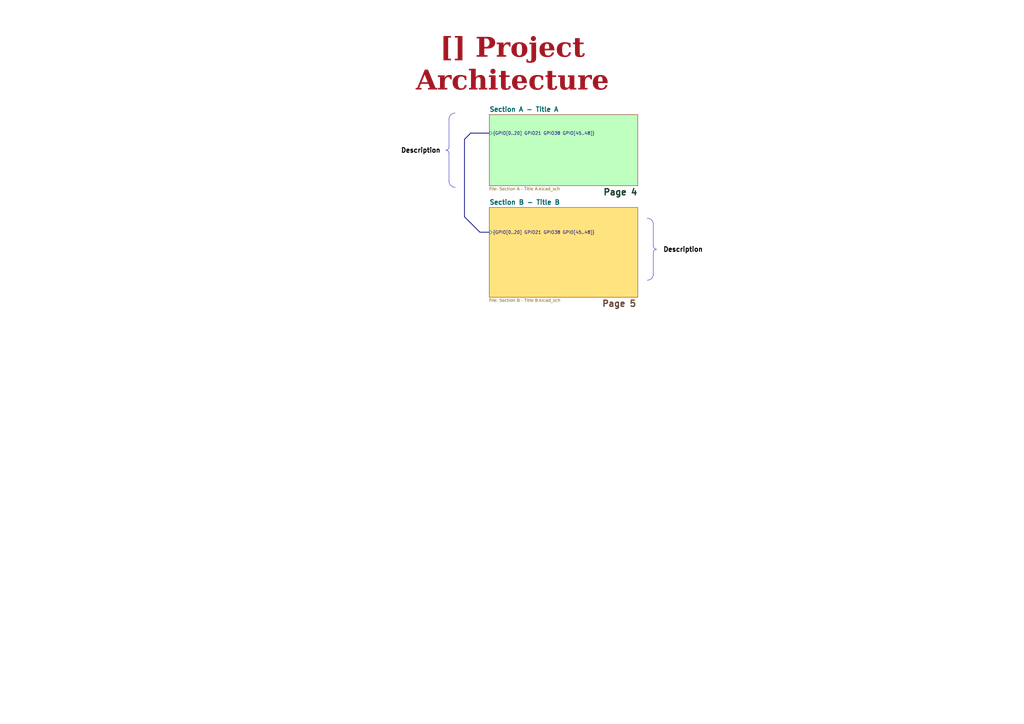
<source format=kicad_sch>
(kicad_sch
	(version 20250114)
	(generator "eeschema")
	(generator_version "9.0")
	(uuid "43756dca-f8f6-4179-bbe2-5af9585c666d")
	(paper "A3")
	(title_block
		(title "Project Architecture")
		(date "Last Modified Date")
		(rev "${REVISION}")
		(company "${COMPANY}")
	)
	(lib_symbols)
	(arc
		(start 267.99 103.485)
		(mid 268.3649 102.5899)
		(end 269.26 102.215)
		(stroke
			(width 0)
			(type default)
		)
		(fill
			(type none)
		)
		(uuid 055071ba-7216-47dc-af92-e615f4e56e85)
	)
	(arc
		(start 184.15 60.325)
		(mid 183.7751 61.2201)
		(end 182.88 61.595)
		(stroke
			(width 0)
			(type default)
		)
		(fill
			(type none)
		)
		(uuid 463357f7-f9d2-46fa-b0b6-a6251e6ce150)
	)
	(arc
		(start 265.45 89.515)
		(mid 267.2402 90.2648)
		(end 267.99 92.055)
		(stroke
			(width 0)
			(type default)
		)
		(fill
			(type none)
		)
		(uuid 73f6865c-4f24-4b13-a9e7-cf8bfa00ee32)
	)
	(arc
		(start 182.88 61.595)
		(mid 183.7751 61.9699)
		(end 184.15 62.865)
		(stroke
			(width 0)
			(type default)
		)
		(fill
			(type none)
		)
		(uuid a134b516-cfaf-437e-b6e0-fd4fe5086d29)
	)
	(arc
		(start 267.99 112.375)
		(mid 267.2461 114.1711)
		(end 265.45 114.915)
		(stroke
			(width 0)
			(type default)
		)
		(fill
			(type none)
		)
		(uuid a8227c96-ad98-472e-856e-98a46a3c9121)
	)
	(arc
		(start 269.26 102.215)
		(mid 268.3649 101.8401)
		(end 267.99 100.945)
		(stroke
			(width 0)
			(type default)
		)
		(fill
			(type none)
		)
		(uuid cc4cf7fb-4bd9-4be9-81d7-4f1f2d80469e)
	)
	(arc
		(start 184.15 48.895)
		(mid 184.8939 47.0989)
		(end 186.69 46.355)
		(stroke
			(width 0)
			(type default)
		)
		(fill
			(type none)
		)
		(uuid d1fe5f0f-24cb-4f3d-baf1-1b36c0a6f68e)
	)
	(arc
		(start 186.69 76.835)
		(mid 184.8998 76.0852)
		(end 184.15 74.295)
		(stroke
			(width 0)
			(type default)
		)
		(fill
			(type none)
		)
		(uuid d8a608aa-d710-4d73-9273-2b52adac6230)
	)
	(text "Page 4"
		(exclude_from_sim no)
		(at 261.62 80.518 0)
		(effects
			(font
				(size 2.54 2.54)
				(bold yes)
				(color 20 60 40 1)
			)
			(justify right bottom)
			(href "#4")
		)
		(uuid "978bb74e-ca07-4b21-b2dc-19b812f717e9")
	)
	(text "Page 5"
		(exclude_from_sim no)
		(at 261.112 126.238 0)
		(effects
			(font
				(size 2.54 2.54)
				(bold yes)
				(color 100 70 50 1)
			)
			(justify right bottom)
			(href "#5")
		)
		(uuid "c54c21a6-b82f-4883-adfa-9cf31abe82f0")
	)
	(text_box "Description"
		(exclude_from_sim no)
		(at 165.1 59.055 0)
		(size 17.145 5.08)
		(margins 1.4287 1.4287 1.4287 1.4287)
		(stroke
			(width -0.0001)
			(type default)
		)
		(fill
			(type none)
		)
		(effects
			(font
				(size 1.905 1.905)
				(thickness 0.381)
				(bold yes)
				(color 0 0 0 1)
			)
			(justify right top)
		)
		(uuid "51bc3fdc-86f1-4742-b7d8-53f1faaab343")
	)
	(text_box "[${#}] ${TITLE}"
		(exclude_from_sim no)
		(at 144.78 20.32 0)
		(size 130.81 12.7)
		(margins 5.9999 5.9999 5.9999 5.9999)
		(stroke
			(width -0.0001)
			(type default)
		)
		(fill
			(type none)
		)
		(effects
			(font
				(face "Times New Roman")
				(size 8 8)
				(thickness 1.2)
				(bold yes)
				(color 162 22 34 1)
			)
		)
		(uuid "7fa5cc40-6c97-487c-9cc7-412504f68533")
	)
	(text_box "Description"
		(exclude_from_sim no)
		(at 270.51 99.695 0)
		(size 26.015 5.1)
		(margins 1.4287 1.4287 1.4287 1.4287)
		(stroke
			(width -0.0001)
			(type default)
		)
		(fill
			(type none)
		)
		(effects
			(font
				(size 1.905 1.905)
				(thickness 0.381)
				(bold yes)
				(color 0 0 0 1)
			)
			(justify left top)
		)
		(uuid "ea2adac5-d133-46b2-a7ff-14a70e2ad344")
	)
	(polyline
		(pts
			(xy 184.15 62.865) (xy 184.15 74.295)
		)
		(stroke
			(width 0)
			(type default)
		)
		(uuid "1e3c70a2-22df-46ef-a52f-0f821498dc0c")
	)
	(polyline
		(pts
			(xy 184.15 60.325) (xy 184.15 48.895)
		)
		(stroke
			(width 0)
			(type default)
		)
		(uuid "41045457-e885-4cf4-93f2-cdba80791e7b")
	)
	(bus
		(pts
			(xy 193.04 54.61) (xy 200.66 54.61)
		)
		(stroke
			(width 0)
			(type default)
		)
		(uuid "45797b63-06d9-4283-a125-49e7cd99d9f5")
	)
	(polyline
		(pts
			(xy 267.97 92.075) (xy 267.97 100.965)
		)
		(stroke
			(width 0)
			(type default)
		)
		(uuid "5f799f7d-3b4c-429a-be80-1688600486e9")
	)
	(bus
		(pts
			(xy 200.66 95.25) (xy 196.85 95.25)
		)
		(stroke
			(width 0)
			(type default)
		)
		(uuid "91b539f1-249b-4ec6-94d3-98fd40789d76")
	)
	(bus
		(pts
			(xy 190.5 88.9) (xy 190.5 57.15)
		)
		(stroke
			(width 0)
			(type default)
		)
		(uuid "94e6a593-6a9a-49ad-8e19-568b000f92af")
	)
	(bus
		(pts
			(xy 196.85 95.25) (xy 190.5 88.9)
		)
		(stroke
			(width 0)
			(type default)
		)
		(uuid "c7df9550-49e2-43b6-a927-5eaabfcb2c99")
	)
	(polyline
		(pts
			(xy 267.97 103.505) (xy 267.97 112.395)
		)
		(stroke
			(width 0)
			(type default)
		)
		(uuid "f890bb63-7be7-434c-9d54-8102b0d37829")
	)
	(bus
		(pts
			(xy 190.5 57.15) (xy 193.04 54.61)
		)
		(stroke
			(width 0)
			(type default)
		)
		(uuid "fc38080b-20a8-42b5-9528-852c4f02b0fe")
	)
	(sheet
		(at 200.66 46.99)
		(size 60.96 29.21)
		(exclude_from_sim no)
		(in_bom yes)
		(on_board yes)
		(dnp no)
		(fields_autoplaced yes)
		(stroke
			(width 0.1524)
			(type solid)
		)
		(fill
			(color 128 255 128 0.5000)
		)
		(uuid "7d5a1283-086b-46b0-8df7-a9850521fb5e")
		(property "Sheetname" "Section A - Title A"
			(at 200.66 45.9609 0)
			(effects
				(font
					(size 1.905 1.905)
					(bold yes)
				)
				(justify left bottom)
			)
		)
		(property "Sheetfile" "Section A - Title A.kicad_sch"
			(at 200.66 76.7846 0)
			(effects
				(font
					(face "Arial")
					(size 1.27 1.27)
				)
				(justify left top)
			)
		)
		(pin "{GPIO[0..20] GPIO21 GPIO38 GPIO[45..48]}" input
			(at 200.66 54.61 180)
			(uuid "ee51cc35-8d01-4e56-aa24-9b6130558505")
			(effects
				(font
					(size 1.27 1.27)
				)
				(justify left)
			)
		)
		(instances
			(project "carrierBoard"
				(path "/0650c7a8-acba-429c-9f8e-eec0baf0bc1c/fede4c36-00cc-4d3d-b71c-5243ba232202"
					(page "4")
				)
			)
		)
	)
	(sheet
		(at 200.66 85.09)
		(size 60.96 36.83)
		(exclude_from_sim no)
		(in_bom yes)
		(on_board yes)
		(dnp no)
		(fields_autoplaced yes)
		(stroke
			(width 0.1524)
			(type solid)
		)
		(fill
			(color 255 200 0 0.5020)
		)
		(uuid "e6015f1e-cbce-46f4-85e1-3d5463a17dc1")
		(property "Sheetname" "Section B - Title B"
			(at 200.66 84.0609 0)
			(effects
				(font
					(size 1.905 1.905)
					(bold yes)
				)
				(justify left bottom)
			)
		)
		(property "Sheetfile" "Section B - TItle B.kicad_sch"
			(at 200.66 122.5046 0)
			(effects
				(font
					(face "Arial")
					(size 1.27 1.27)
				)
				(justify left top)
			)
		)
		(pin "{GPIO[0..20] GPIO21 GPIO38 GPIO[45..48]}" input
			(at 200.66 95.25 180)
			(uuid "8e15414e-2998-4f66-83f7-df2e16c84739")
			(effects
				(font
					(size 1.27 1.27)
				)
				(justify left)
			)
		)
		(instances
			(project "carrierBoard"
				(path "/0650c7a8-acba-429c-9f8e-eec0baf0bc1c/fede4c36-00cc-4d3d-b71c-5243ba232202"
					(page "5")
				)
			)
		)
	)
)

</source>
